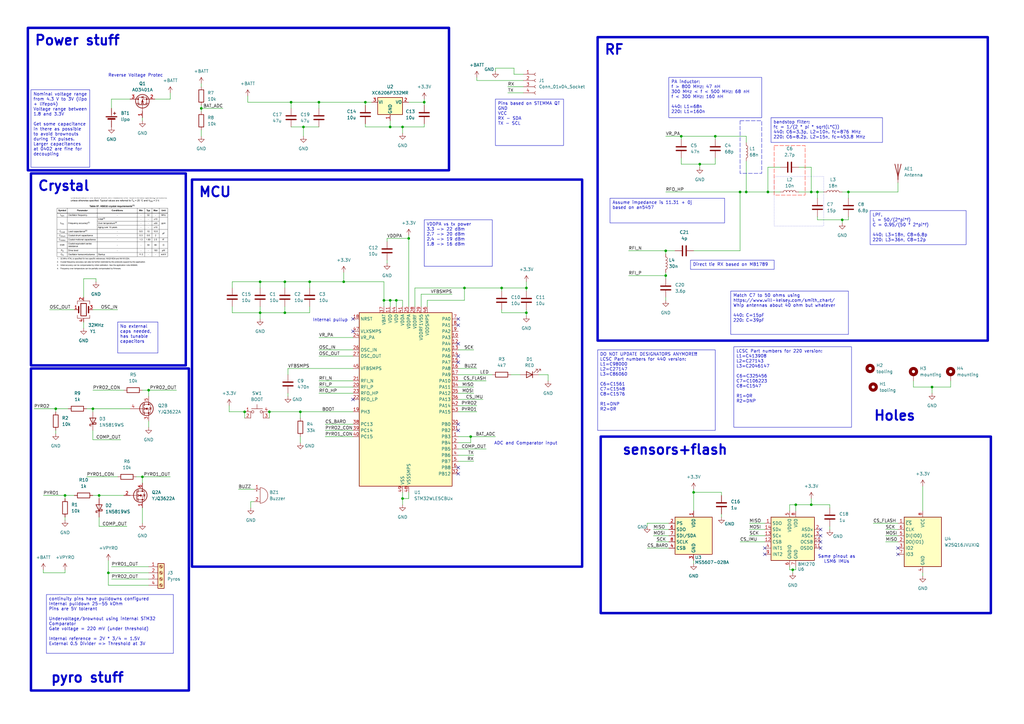
<source format=kicad_sch>
(kicad_sch (version 20231120) (generator "eeschema") (generator_version "8.0")
  (paper "A3")
  (title_block (title "Apus Flight Computer") (rev "1.0"))
  (junction (at 273.05 102.87))
  (junction (at 332.74 78.74))
  (junction (at 332.74 207.01))
  (junction (at 215.9 128.27))
  (junction (at 38.1 167.64))
  (junction (at 82.55 44.45))
  (junction (at 26.67 203.2))
  (junction (at 165.1 204.47))
  (junction (at 140.97 115.57))
  (junction (at 335.28 78.74))
  (junction (at 22.86 167.64))
  (junction (at 160.02 52.07))
  (junction (at 293.37 55.88))
  (junction (at 273.05 113.03))
  (junction (at 287.02 67.31))
  (junction (at 119.38 41.91))
  (junction (at 116.84 115.57))
  (junction (at 284.48 201.93))
  (junction (at 205.74 118.11))
  (junction (at 326.39 207.01))
  (junction (at 127 115.57))
  (junction (at 173.99 41.91))
  (junction (at 162.56 123.19))
  (junction (at 110.49 168.91))
  (junction (at 279.4 55.88))
  (junction (at 123.19 168.91))
  (junction (at 345.44 90.17))
  (junction (at 382.27 158.75))
  (junction (at 215.9 118.11))
  (junction (at 303.53 78.74))
  (junction (at 44.45 234.95))
  (junction (at 124.46 52.07))
  (junction (at 325.12 233.68))
  (junction (at 130.81 41.91))
  (junction (at 157.48 123.19))
  (junction (at 106.68 128.27))
  (junction (at 167.64 97.79))
  (junction (at 60.96 160.02))
  (junction (at 149.86 41.91))
  (junction (at 165.1 52.07))
  (junction (at 160.02 123.19))
  (junction (at 190.5 118.11))
  (junction (at 314.96 78.74))
  (junction (at 58.42 195.58))
  (junction (at 106.68 115.57))
  (junction (at 193.04 179.07))
  (junction (at 306.07 78.74))
  (junction (at 347.98 78.74))
  (junction (at 116.84 128.27))
  (junction (at 100.33 168.91))
  (junction (at 40.64 203.2))
  (no_connect (at 313.69 224.79))
  (no_connect (at 187.96 130.81))
  (no_connect (at 368.3 224.79))
  (no_connect (at 336.55 217.17))
  (no_connect (at 187.96 148.59))
  (no_connect (at 144.78 163.83))
  (no_connect (at 187.96 191.77))
  (no_connect (at 336.55 219.71))
  (no_connect (at 144.78 135.89))
  (no_connect (at 187.96 133.35))
  (no_connect (at 368.3 227.33))
  (no_connect (at 313.69 227.33))
  (no_connect (at 187.96 194.31))
  (no_connect (at 187.96 176.53))
  (no_connect (at 336.55 224.79))
  (no_connect (at 144.78 130.81))
  (no_connect (at 187.96 173.99))
  (no_connect (at 187.96 146.05))
  (no_connect (at 187.96 140.97))
  (no_connect (at 336.55 222.25))
  (wire (pts (xy 323.85 232.41) (xy 323.85 233.68)))
  (wire (pts (xy 165.1 52.07) (xy 173.99 52.07)))
  (wire (pts (xy 149.86 41.91) (xy 149.86 43.18)))
  (wire (pts (xy 40.64 203.2) (xy 40.64 204.47)))
  (wire (pts (xy 38.1 203.2) (xy 40.64 203.2)))
  (wire (pts (xy 378.46 234.95) (xy 378.46 236.22)))
  (wire (pts (xy 38.1 176.53) (xy 38.1 180.34)))
  (wire (pts (xy 167.64 41.91) (xy 173.99 41.91)))
  (wire (pts (xy 267.97 217.17) (xy 274.32 217.17)))
  (wire (pts (xy 284.48 200.66) (xy 284.48 201.93)))
  (wire (pts (xy 210.82 30.48) (xy 210.82 27.94)))
  (wire (pts (xy 95.25 125.73) (xy 95.25 128.27)))
  (wire (pts (xy 303.53 222.25) (xy 313.69 222.25)))
  (wire (pts (xy 307.34 214.63) (xy 313.69 214.63)))
  (wire (pts (xy 187.96 143.51) (xy 194.31 143.51)))
  (wire (pts (xy 306.07 66.04) (xy 306.07 78.74)))
  (wire (pts (xy 175.26 123.19) (xy 175.26 125.73)))
  (wire (pts (xy 326.39 232.41) (xy 326.39 233.68)))
  (wire (pts (xy 44.45 229.87) (xy 44.45 234.95)))
  (wire (pts (xy 323.85 207.01) (xy 326.39 207.01)))
  (wire (pts (xy 293.37 55.88) (xy 279.4 55.88)))
  (wire (pts (xy 323.85 207.01) (xy 323.85 209.55)))
  (wire (pts (xy 389.89 158.75) (xy 389.89 156.21)))
  (wire (pts (xy 172.72 125.73) (xy 172.72 120.65)))
  (wire (pts (xy 307.34 217.17) (xy 313.69 217.17)))
  (wire (pts (xy 35.56 167.64) (xy 38.1 167.64)))
  (wire (pts (xy 195.58 31.75) (xy 195.58 33.02)))
  (wire (pts (xy 82.55 34.29) (xy 82.55 35.56)))
  (wire (pts (xy 257.81 102.87) (xy 273.05 102.87)))
  (wire (pts (xy 332.74 204.47) (xy 332.74 207.01)))
  (wire (pts (xy 165.1 52.07) (xy 165.1 54.61)))
  (wire (pts (xy 44.45 240.03) (xy 60.96 240.03)))
  (wire (pts (xy 162.56 123.19) (xy 165.1 123.19)))
  (wire (pts (xy 187.96 189.23) (xy 194.31 189.23)))
  (wire (pts (xy 303.53 102.87) (xy 303.53 78.74)))
  (wire (pts (xy 347.98 88.9) (xy 347.98 90.17)))
  (wire (pts (xy 208.28 35.56) (xy 214.63 35.56)))
  (wire (pts (xy 314.96 68.58) (xy 314.96 78.74)))
  (wire (pts (xy 175.26 123.19) (xy 190.5 123.19)))
  (wire (pts (xy 173.99 52.07) (xy 173.99 50.8)))
  (wire (pts (xy 149.86 52.07) (xy 160.02 52.07)))
  (wire (pts (xy 130.81 41.91) (xy 149.86 41.91)))
  (wire (pts (xy 205.74 118.11) (xy 205.74 119.38)))
  (wire (pts (xy 187.96 163.83) (xy 198.12 163.83)))
  (wire (pts (xy 335.28 90.17) (xy 345.44 90.17)))
  (wire (pts (xy 22.86 167.64) (xy 27.94 167.64)))
  (wire (pts (xy 220.98 153.67) (xy 224.79 153.67)))
  (wire (pts (xy 284.48 201.93) (xy 295.91 201.93)))
  (wire (pts (xy 60.96 175.26) (xy 60.96 172.72)))
  (wire (pts (xy 17.78 234.95) (xy 26.67 234.95)))
  (wire (pts (xy 157.48 123.19) (xy 157.48 125.73)))
  (wire (pts (xy 17.78 233.68) (xy 17.78 234.95)))
  (wire (pts (xy 273.05 102.87) (xy 276.86 102.87)))
  (wire (pts (xy 284.48 229.87) (xy 284.48 231.14)))
  (wire (pts (xy 26.67 213.36) (xy 26.67 212.09)))
  (wire (pts (xy 127 125.73) (xy 127 128.27)))
  (wire (pts (xy 124.46 52.07) (xy 119.38 52.07)))
  (wire (pts (xy 130.81 138.43) (xy 144.78 138.43)))
  (wire (pts (xy 345.44 78.74) (xy 347.98 78.74)))
  (wire (pts (xy 215.9 118.11) (xy 205.74 118.11)))
  (wire (pts (xy 124.46 52.07) (xy 130.81 52.07)))
  (wire (pts (xy 187.96 151.13) (xy 195.58 151.13)))
  (wire (pts (xy 160.02 52.07) (xy 165.1 52.07)))
  (wire (pts (xy 358.14 214.63) (xy 368.3 214.63)))
  (wire (pts (xy 306.07 78.74) (xy 314.96 78.74)))
  (wire (pts (xy 284.48 102.87) (xy 303.53 102.87)))
  (wire (pts (xy 104.14 205.74) (xy 102.87 205.74)))
  (wire (pts (xy 22.86 176.53) (xy 22.86 177.8)))
  (wire (pts (xy 205.74 128.27) (xy 215.9 128.27)))
  (wire (pts (xy 127 115.57) (xy 127 118.11)))
  (wire (pts (xy 325.12 233.68) (xy 326.39 233.68)))
  (wire (pts (xy 93.98 166.37) (xy 93.98 168.91)))
  (wire (pts (xy 187.96 168.91) (xy 195.58 168.91)))
  (wire (pts (xy 269.24 222.25) (xy 274.32 222.25)))
  (wire (pts (xy 205.74 118.11) (xy 190.5 118.11)))
  (wire (pts (xy 124.46 52.07) (xy 124.46 55.88)))
  (wire (pts (xy 133.35 173.99) (xy 144.78 173.99)))
  (wire (pts (xy 378.46 199.39) (xy 378.46 209.55)))
  (wire (pts (xy 167.64 97.79) (xy 167.64 125.73)))
  (wire (pts (xy 363.22 219.71) (xy 368.3 219.71)))
  (wire (pts (xy 187.96 179.07) (xy 193.04 179.07)))
  (wire (pts (xy 95.25 118.11) (xy 95.25 115.57)))
  (wire (pts (xy 335.28 78.74) (xy 337.82 78.74)))
  (wire (pts (xy 187.96 153.67) (xy 201.93 153.67)))
  (wire (pts (xy 293.37 55.88) (xy 306.07 55.88)))
  (wire (pts (xy 34.29 114.3) (xy 39.37 114.3)))
  (wire (pts (xy 323.85 233.68) (xy 325.12 233.68)))
  (wire (pts (xy 95.25 128.27) (xy 106.68 128.27)))
  (wire (pts (xy 165.1 204.47) (xy 167.64 204.47)))
  (wire (pts (xy 123.19 168.91) (xy 144.78 168.91)))
  (wire (pts (xy 58.42 208.28) (xy 58.42 214.63)))
  (wire (pts (xy 38.1 180.34) (xy 49.53 180.34)))
  (wire (pts (xy 265.43 224.79) (xy 274.32 224.79)))
  (wire (pts (xy 110.49 168.91) (xy 110.49 171.45)))
  (wire (pts (xy 13.97 167.64) (xy 22.86 167.64)))
  (wire (pts (xy 326.39 209.55) (xy 326.39 207.01)))
  (wire (pts (xy 119.38 44.45) (xy 119.38 41.91)))
  (wire (pts (xy 293.37 67.31) (xy 287.02 67.31)))
  (wire (pts (xy 257.81 113.03) (xy 273.05 113.03)))
  (wire (pts (xy 116.84 128.27) (xy 116.84 125.73)))
  (wire (pts (xy 332.74 207.01) (xy 340.36 207.01)))
  (wire (pts (xy 101.6 41.91) (xy 101.6 39.37)))
  (wire (pts (xy 82.55 44.45) (xy 91.44 44.45)))
  (wire (pts (xy 119.38 41.91) (xy 130.81 41.91)))
  (wire (pts (xy 332.74 78.74) (xy 335.28 78.74)))
  (wire (pts (xy 149.86 50.8) (xy 149.86 52.07)))
  (wire (pts (xy 368.3 78.74) (xy 368.3 74.93)))
  (wire (pts (xy 340.36 215.9) (xy 340.36 217.17)))
  (wire (pts (xy 187.96 158.75) (xy 194.31 158.75)))
  (wire (pts (xy 173.99 41.91) (xy 173.99 43.18)))
  (wire (pts (xy 293.37 64.77) (xy 293.37 67.31)))
  (wire (pts (xy 279.4 55.88) (xy 279.4 57.15)))
  (wire (pts (xy 382.27 158.75) (xy 382.27 161.29)))
  (wire (pts (xy 39.37 114.3) (xy 39.37 115.57)))
  (wire (pts (xy 295.91 210.82) (xy 295.91 212.09)))
  (wire (pts (xy 55.88 195.58) (xy 58.42 195.58)))
  (wire (pts (xy 130.81 161.29) (xy 144.78 161.29)))
  (wire (pts (xy 190.5 118.11) (xy 190.5 123.19)))
  (wire (pts (xy 374.65 156.21) (xy 374.65 158.75)))
  (wire (pts (xy 314.96 78.74) (xy 320.04 78.74)))
  (wire (pts (xy 224.79 153.67) (xy 224.79 156.21)))
  (wire (pts (xy 40.64 203.2) (xy 50.8 203.2)))
  (wire (pts (xy 162.56 123.19) (xy 162.56 125.73)))
  (wire (pts (xy 58.42 48.26) (xy 58.42 49.53)))
  (wire (pts (xy 127 115.57) (xy 140.97 115.57)))
  (wire (pts (xy 144.78 151.13) (xy 118.11 151.13)))
  (wire (pts (xy 93.98 168.91) (xy 100.33 168.91)))
  (wire (pts (xy 157.48 123.19) (xy 160.02 123.19)))
  (wire (pts (xy 273.05 111.76) (xy 273.05 113.03)))
  (wire (pts (xy 45.72 237.49) (xy 60.96 237.49)))
  (wire (pts (xy 106.68 115.57) (xy 106.68 118.11)))
  (wire (pts (xy 158.75 107.95) (xy 158.75 106.68)))
  (wire (pts (xy 306.07 55.88) (xy 306.07 58.42)))
  (wire (pts (xy 209.55 153.67) (xy 213.36 153.67)))
  (wire (pts (xy 165.1 204.47) (xy 165.1 207.01)))
  (wire (pts (xy 284.48 201.93) (xy 284.48 209.55)))
  (wire (pts (xy 149.86 41.91) (xy 152.4 41.91)))
  (wire (pts (xy 140.97 111.76) (xy 140.97 115.57)))
  (wire (pts (xy 60.96 160.02) (xy 60.96 162.56)))
  (wire (pts (xy 187.96 161.29) (xy 194.31 161.29)))
  (wire (pts (xy 116.84 115.57) (xy 127 115.57)))
  (wire (pts (xy 165.1 201.93) (xy 165.1 204.47)))
  (wire (pts (xy 130.81 143.51) (xy 144.78 143.51)))
  (wire (pts (xy 38.1 167.64) (xy 53.34 167.64)))
  (wire (pts (xy 187.96 166.37) (xy 195.58 166.37)))
  (wire (pts (xy 130.81 156.21) (xy 144.78 156.21)))
  (wire (pts (xy 123.19 168.91) (xy 123.19 171.45)))
  (wire (pts (xy 106.68 115.57) (xy 116.84 115.57)))
  (wire (pts (xy 327.66 78.74) (xy 332.74 78.74)))
  (wire (pts (xy 58.42 195.58) (xy 69.85 195.58)))
  (wire (pts (xy 374.65 158.75) (xy 382.27 158.75)))
  (wire (pts (xy 34.29 132.08) (xy 34.29 134.62)))
  (wire (pts (xy 340.36 207.01) (xy 340.36 208.28)))
  (wire (pts (xy 363.22 222.25) (xy 368.3 222.25)))
  (wire (pts (xy 26.67 203.2) (xy 30.48 203.2)))
  (wire (pts (xy 26.67 233.68) (xy 26.67 234.95)))
  (wire (pts (xy 303.53 78.74) (xy 306.07 78.74)))
  (wire (pts (xy 187.96 184.15) (xy 199.39 184.15)))
  (wire (pts (xy 160.02 49.53) (xy 160.02 52.07)))
  (wire (pts (xy 170.18 118.11) (xy 190.5 118.11)))
  (wire (pts (xy 273.05 78.74) (xy 303.53 78.74)))
  (wire (pts (xy 69.85 40.64) (xy 69.85 38.1)))
  (wire (pts (xy 265.43 214.63) (xy 265.43 215.9)))
  (wire (pts (xy 26.67 203.2) (xy 26.67 204.47)))
  (wire (pts (xy 130.81 146.05) (xy 144.78 146.05)))
  (wire (pts (xy 293.37 55.88) (xy 293.37 57.15)))
  (wire (pts (xy 347.98 78.74) (xy 368.3 78.74)))
  (wire (pts (xy 215.9 127) (xy 215.9 128.27)))
  (wire (pts (xy 100.33 168.91) (xy 100.33 171.45)))
  (wire (pts (xy 274.32 214.63) (xy 265.43 214.63)))
  (wire (pts (xy 40.64 215.9) (xy 52.07 215.9)))
  (wire (pts (xy 58.42 195.58) (xy 58.42 198.12)))
  (wire (pts (xy 45.72 232.41) (xy 60.96 232.41)))
  (wire (pts (xy 110.49 168.91) (xy 123.19 168.91)))
  (wire (pts (xy 214.63 30.48) (xy 210.82 30.48)))
  (wire (pts (xy 158.75 97.79) (xy 167.64 97.79)))
  (wire (pts (xy 44.45 234.95) (xy 60.96 234.95)))
  (wire (pts (xy 215.9 119.38) (xy 215.9 118.11)))
  (wire (pts (xy 215.9 128.27) (xy 215.9 129.54)))
  (wire (pts (xy 273.05 102.87) (xy 273.05 104.14)))
  (wire (pts (xy 195.58 33.02) (xy 214.63 33.02)))
  (wire (pts (xy 287.02 67.31) (xy 279.4 67.31)))
  (wire (pts (xy 170.18 125.73) (xy 170.18 118.11)))
  (wire (pts (xy 63.5 40.64) (xy 69.85 40.64)))
  (wire (pts (xy 130.81 158.75) (xy 144.78 158.75)))
  (wire (pts (xy 38.1 167.64) (xy 38.1 168.91)))
  (wire (pts (xy 106.68 130.81) (xy 106.68 128.27)))
  (wire (pts (xy 382.27 158.75) (xy 389.89 158.75)))
  (wire (pts (xy 165.1 123.19) (xy 165.1 125.73)))
  (wire (pts (xy 208.28 38.1) (xy 214.63 38.1)))
  (wire (pts (xy 82.55 43.18) (xy 82.55 44.45)))
  (wire (pts (xy 295.91 203.2) (xy 295.91 201.93)))
  (wire (pts (xy 102.87 205.74) (xy 102.87 208.28)))
  (wire (pts (xy 160.02 123.19) (xy 160.02 125.73)))
  (wire (pts (xy 172.72 120.65) (xy 185.42 120.65)))
  (wire (pts (xy 158.75 97.79) (xy 158.75 99.06)))
  (wire (pts (xy 363.22 217.17) (xy 368.3 217.17)))
  (wire (pts (xy 34.29 121.92) (xy 34.29 114.3)))
  (wire (pts (xy 130.81 41.91) (xy 130.81 44.45)))
  (wire (pts (xy 106.68 128.27) (xy 116.84 128.27)))
  (wire (pts (xy 203.2 27.94) (xy 210.82 27.94)))
  (wire (pts (xy 335.28 81.28) (xy 335.28 78.74)))
  (wire (pts (xy 335.28 90.17) (xy 335.28 88.9)))
  (wire (pts (xy 118.11 161.29) (xy 118.11 162.56)))
  (wire (pts (xy 106.68 128.27) (xy 106.68 125.73)))
  (wire (pts (xy 22.86 167.64) (xy 22.86 168.91)))
  (wire (pts (xy 325.12 233.68) (xy 325.12 234.95)))
  (wire (pts (xy 332.74 78.74) (xy 332.74 68.58)))
  (wire (pts (xy 20.32 127) (xy 30.48 127)))
  (wire (pts (xy 157.48 115.57) (xy 157.48 123.19)))
  (wire (pts (xy 187.96 186.69) (xy 194.31 186.69)))
  (wire (pts (xy 193.04 179.07) (xy 193.04 181.61)))
  (wire (pts (xy 193.04 179.07) (xy 203.2 179.07)))
  (wire (pts (xy 58.42 160.02) (xy 60.96 160.02)))
  (wire (pts (xy 144.78 176.53) (xy 133.35 176.53)))
  (wire (pts (xy 72.39 160.02) (xy 60.96 160.02)))
  (wire (pts (xy 345.44 91.44) (xy 345.44 90.17)))
  (wire (pts (xy 17.78 203.2) (xy 26.67 203.2)))
  (wire (pts (xy 119.38 41.91) (xy 101.6 41.91)))
  (wire (pts (xy 287.02 67.31) (xy 287.02 68.58)))
  (wire (pts (xy 140.97 115.57) (xy 157.48 115.57)))
  (wire (pts (xy 273.05 113.03) (xy 273.05 114.3)))
  (wire (pts (xy 144.78 179.07) (xy 133.35 179.07)))
  (wire (pts (xy 118.11 151.13) (xy 118.11 153.67)))
  (wire (pts (xy 307.34 219.71) (xy 313.69 219.71)))
  (wire (pts (xy 327.66 68.58) (xy 332.74 68.58)))
  (wire (pts (xy 82.55 44.45) (xy 82.55 45.72)))
  (wire (pts (xy 167.64 96.52) (xy 167.64 97.79)))
  (wire (pts (xy 279.4 64.77) (xy 279.4 67.31)))
  (wire (pts (xy 160.02 123.19) (xy 162.56 123.19)))
  (wire (pts (xy 320.04 68.58) (xy 314.96 68.58)))
  (wire (pts (xy 44.45 234.95) (xy 44.45 240.03)))
  (wire (pts (xy 193.04 181.61) (xy 187.96 181.61)))
  (wire (pts (xy 347.98 78.74) (xy 347.98 81.28)))
  (wire (pts (xy 116.84 128.27) (xy 127 128.27)))
  (wire (pts (xy 173.99 40.64) (xy 173.99 41.91)))
  (wire (pts (xy 187.96 156.21) (xy 199.39 156.21)))
  (wire (pts (xy 267.97 219.71) (xy 274.32 219.71)))
  (wire (pts (xy 40.64 212.09) (xy 40.64 215.9)))
  (wire (pts (xy 345.44 90.17) (xy 347.98 90.17)))
  (wire (pts (xy 38.1 127) (xy 48.26 127)))
  (wire (pts (xy 38.1 160.02) (xy 50.8 160.02)))
  (wire (pts (xy 203.2 29.21) (xy 203.2 27.94)))
  (wire (pts (xy 215.9 115.57) (xy 215.9 118.11)))
  (wire (pts (xy 205.74 127) (xy 205.74 128.27)))
  (wire (pts (xy 97.79 200.66) (xy 104.14 200.66)))
  (wire (pts (xy 82.55 53.34) (xy 82.55 55.88)))
  (wire (pts (xy 95.25 115.57) (xy 106.68 115.57)))
  (wire (pts (xy 326.39 207.01) (xy 332.74 207.01)))
  (wire (pts (xy 273.05 55.88) (xy 279.4 55.88)))
  (wire (pts (xy 273.05 121.92) (xy 273.05 123.19)))
  (wire (pts (xy 35.56 195.58) (xy 48.26 195.58)))
  (wire (pts (xy 123.19 179.07) (xy 123.19 181.61)))
  (wire (pts (xy 116.84 115.57) (xy 116.84 118.11)))
  (wire (pts (xy 167.64 204.47) (xy 167.64 201.93)))
  (wire (pts (xy 45.72 40.64) (xy 45.72 44.45)))
  (wire (pts (xy 45.72 40.64) (xy 53.34 40.64)))
  (rectangle (start 303.53 49.53) (end 312.42 71.12) (stroke (width 0) (type dash)))
  (rectangle (start 317.5 59.69) (end 330.2 80.01) (stroke (width 0) (type dash) (color 255 28 11 1)))
  (rectangle (start 245.11 15.24) (end 405.13 139.7) (stroke (width 1)))
  (rectangle (start 317.5 72.39) (end 337.82 92.71) (stroke (width 0) (type dot)))
  (rectangle (start 12.7 151.13) (end 77.47 283.21) (stroke (width 1)))
  (rectangle (start 246.38 179.07) (end 406.4 251.46) (stroke (width 1)))
  (rectangle (start 12.7 71.12) (end 76.2 149.86) (stroke (width 1)))
  (rectangle (start 78.74 73.66) (end 238.76 232.41) (stroke (width 1)))
  (rectangle (start 11.43 11.43) (end 184.15 69.85) (stroke (width 1)))
  (image (at 45.72 96.52) (scale 0.189172))
  (text_box "No external caps needed, has tunable capacitors\n" (at 48.26 132.08 0) (size 16.51 12.7) (effects (font (size 1.27 1.27)) (justify left top)))
  (text_box "Match C7 to 50 ohms using https://www.will-kelsey.com/smith_chart/\nWhip antennas about 40 ohm but whatever\n\n440: C=15pF\n220: C=39pF" (at 299.72 119.38 0) (size 48.26 17.78) (effects (font (size 1.27 1.27)) (justify left top)))
  (text_box "continuity pins have pulldowns configured\nInternal pulldown 25-55 kOhm\nPins are 5V tolerant\n\nUndervoltage/brownout using internal STM32 Comparator\nGate voltage = 220 mV (under threshold)\n\nInternal reference = 2V * 3/4 = 1.5V\nExternal 0.5 Divider => Threshold at 3V" (at 19.05 243.84 0) (size 52.07 24.13) (effects (font (size 1.27 1.27)) (justify left top)))
  (text_box "PA inductor:\nf > 800 MHz: 47 nH\n300 MHz < f < 500 MHz: 68 nH\nf < 300 MHz: 160 nH \n\n440: L1=68n\n220: L1=160n" (at 274.32 31.75 0) (size 38.1 16.51) (effects (font (size 1.27 1.27)) (justify left top)))
  (text_box "bandstop filter:\nfc = 1/(2 * pi * sqrt(L*C))\n440: C6=3.3p, L2=10n. fc=876 MHz\n220: C6=8.2p, L2=15n, fc=453.8 MHz" (at 316.23 48.26 0) (size 45.72 10.16) (effects (font (size 1.27 1.27)) (justify left top)))
  (text_box "VDDPA vs tx power\n3.3 -> 22 dBm\n2.7 -> 20 dBm\n2.4 -> 19 dBm\n1.8 -> 16 dBm\n" (at 173.99 90.17 0) (size 27.94 19.05) (effects (font (size 1.27 1.27)) (justify left top)))
  (text_box "LCSC Part numbers for 220 version:\nL1=C413908\nL2=C27143\nL3=C2046147\n\nC6=C325456\nC7=C106223\nC8=C1547\n\nR1=0R\nR2=DNP" (at 300.99 142.24 0) (size 48.26 33.02) (effects (font (size 1.27 1.27)) (justify left top)))
  (text_box "Nominal voltage range from 4.3 V to 3V (lipo + lifepo4)\nVoltage range between 1.8 and 3.3V\n\nGet some capacitance in there as possible to avoid brownouts during TX pulses.\nLarger capacitances at 0402 are fine for decoupling" (at 12.7 36.83 0) (size 24.13 31.75) (effects (font (size 1.27 1.27)) (justify left top)))
  (text_box "Direct tie RX based on MB1789" (at 283.21 106.68 0) (size 34.29 3.81) (effects (font (size 1.27 1.27)) (justify left top)))
  (text_box "Assume impedance is 11.31 + 0j\nbased on an5457" (at 250.19 81.28 0) (size 46.99 10.16) (effects (font (size 1.27 1.27)) (justify left top)))
  (text_box "LPF.\nL = 50/(2*pi*f)\nC = 0.95/(50 * 2*pi*f)\n\n440: L3=18n, C8=6.8p\n220: L3=36n, C8=12p" (at 356.87 86.36 0) (size 39.37 13.97) (effects (font (size 1.27 1.27)) (justify left top)))
  (text_box "Pins based on STEMMA QT\nGND\nVCC\nRX - SDA\nTX - SCL" (at 203.2 40.64 0) (size 27.94 19.05) (effects (font (size 1.27 1.27)) (justify left top)))
  (text_box "DO NOT UPDATE DESIGNATORS ANYMORE!!\nLCSC Part numbers for 440 version:\nL1=C98000\nL2=C27147\nL3=C86060\n\nC6=C1561\nC7=C1548\nC8=C1576\n\nR1=DNP\nR2=0R" (at 245.11 143.51 0) (size 48.26 33.02) (effects (font (size 1.27 1.27)) (justify left top)))
  (text "Holes" (at 358.14 172.974 0) (effects (font (size 4 4) (thickness 0.8) (bold yes)) (justify left bottom)))
  (text "Power stuff" (at 13.97 19.05 0) (effects (font (size 4 4) (thickness 0.8) (bold yes)) (justify left bottom)))
  (text "MCU" (at 81.28 81.28 0) (effects (font (size 4 4) (thickness 0.8) (bold yes)) (justify left bottom)))
  (text "Crystal" (at 15.24 78.74 0) (effects (font (size 4 4) (thickness 0.8) (bold yes)) (justify left bottom)))
  (text "RF" (at 247.65 22.86 0) (effects (font (size 4 4) (thickness 0.8) (bold yes)) (justify left bottom)))
  (text "sensors+flash" (at 255.016 186.944 0) (effects (font (size 4 4) (thickness 0.8) (bold yes)) (justify left bottom)))
  (text "Internal pullup" (at 128.27 132.08 0) (effects (font (size 1.27 1.27)) (justify left bottom)))
  (text "pyro stuff" (at 20.574 280.416 0) (effects (font (size 4 4) (thickness 0.8) (bold yes)) (justify left bottom)))
  (text "Same pinout as\nLSM6 IMUs" (at 343.154 229.362 0) (effects (font (size 1.27 1.27))))
  (text "ADC and Comparator input" (at 215.646 181.864 0) (effects (font (size 1.27 1.27))))
  (text "Reverse Voltage Protec" (at 55.626 30.988 0) (effects (font (size 1.27 1.27))))
  (label "BUZZ" (at 97.79 200.66 0))
  (label "OSC_IN" (at 130.81 143.51 0))
  (label "VDDPA" (at 158.75 97.79 0))
  (label "PYRO1_OUT" (at 69.85 195.58 180))
  (label "LED" (at 196.85 153.67 0))
  (label "CS_IMU" (at 198.12 163.83 180))
  (label "PYRO2_CON" (at 38.1 160.02 0))
  (label "OSC_IN" (at 48.26 127 180))
  (label "PYRO1_CON" (at 35.56 195.58 0))
  (label "OSC_OUT" (at 130.81 146.05 0))
  (label "PYRO2" (at 195.58 166.37 180))
  (label "RX" (at 194.31 189.23 180))
  (label "BOOT" (at 132.08 168.91 0))
  (label "PYRO2_OUT" (at 72.39 160.02 180))
  (label "BAT_ADC" (at 203.2 179.07 180))
  (label "OSC_OUT" (at 20.32 127 0))
  (label "SCK" (at 194.31 143.51 180))
  (label "SCK" (at 363.22 217.17 0))
  (label "RX" (at 208.28 35.56 0))
  (label "CS_FLASH" (at 199.39 156.21 180))
  (label "CS_BARO" (at 133.35 173.99 0))
  (label "MOSI" (at 194.31 161.29 180))
  (label "RFI_P" (at 130.81 158.75 0))
  (label "PYRO1" (at 195.58 168.91 180))
  (label "VR_PA" (at 130.81 138.43 0))
  (label "CS_BARO" (at 265.43 224.79 0))
  (label "RFO_HP" (at 130.81 161.29 0))
  (label "COMP_OUT" (at 52.07 215.9 180))
  (label "PYRO2_OUT" (at 45.72 237.49 0))
  (label "MISO" (at 267.97 217.17 0))
  (label "PYRO2_CON" (at 133.35 176.53 0))
  (label "VFBSMPS" (at 185.42 120.65 180))
  (label "RFI_P" (at 257.81 113.03 0))
  (label "COMP_OUT" (at 199.39 184.15 180))
  (label "MOSI" (at 267.97 219.71 0))
  (label "RFO_HP" (at 273.05 78.74 0))
  (label "PYRO1_CON" (at 133.35 179.07 0))
  (label "PYRO1_OUT" (at 45.72 232.41 0))
  (label "MOSI" (at 363.22 219.71 0))
  (label "BAT_ADC" (at 91.44 44.45 180))
  (label "PYRO1" (at 17.78 203.2 0))
  (label "TX" (at 194.31 186.69 180))
  (label "MOSI" (at 307.34 217.17 0))
  (label "CS_FLASH" (at 358.14 214.63 0))
  (label "RFI_N" (at 257.81 102.87 0))
  (label "CS_IMU" (at 303.53 222.25 0))
  (label "SCK" (at 269.24 222.25 0))
  (label "VFBSMPS" (at 118.11 151.13 0))
  (label "TX" (at 208.28 38.1 0))
  (label "PYRO2" (at 13.97 167.64 0))
  (label "RFI_N" (at 130.81 156.21 0))
  (label "MISO" (at 363.22 222.25 0))
  (label "COMP_OUT" (at 49.53 180.34 180))
  (label "VR_PA" (at 273.05 55.88 0))
  (label "SCK" (at 307.34 219.71 0))
  (label "MISO" (at 307.34 214.63 0))
  (label "BUZZ" (at 195.58 151.13 180))
  (label "MISO" (at 194.31 158.75 180))
  (symbol (lib_id "power:+3.3V") (at 173.99 40.64 0) (unit 1)
    (property "Reference" "#PWR010" (effects (hide yes)))
    (property "Value" "+3.3V" (at 173.99 35.56 0))
  )
  (symbol (lib_id "Device:Battery_Cell") (at 45.72 49.53 0) (unit 1)
    (property "Reference" "BT1" (at 49.53 46.4184 0) (effects (justify left)))
    (property "Value" "lipo" (at 49.53 48.9584 0) (effects (justify left)))
    (property "Footprint" "TerminalBlock_TE-Connectivity:TerminalBlock_TE_282834-2_1x02_P2.54mm_Horizontal" (effects (hide yes)))
  )
  (symbol (lib_id "Device:C") (at 347.98 85.09 0) (unit 1)
    (property "Reference" "C8" (at 351.79 83.82 0) (effects (justify left)))
    (property "Value" "6.8p" (at 351.79 86.36 0) (effects (justify left)))
    (property "Footprint" "Capacitor_SMD:C_0402_1005Metric" (effects (hide yes)))
  )
  (symbol (lib_id "Device:R") (at 26.67 208.28 0) (unit 1)
    (property "Reference" "R1" (at 29.21 207.0099 0) (effects (justify left)))
    (property "Value" "10k" (at 29.21 209.5499 0) (effects (justify left)))
    (property "Footprint" "Resistor_SMD:R_0402_1005Metric" (effects (hide yes)))
    (property "Description" "Resistor" (effects (hide yes)))
  )
  (symbol (lib_id "Device:L") (at 341.63 78.74 90) (unit 1)
    (property "Reference" "L3" (at 341.63 73.66 90))
    (property "Value" "18n" (at 341.63 76.2 90))
    (property "Footprint" "Inductor_SMD:L_0402_1005Metric" (effects (hide yes)))
  )
  (symbol (lib_id "Device:C") (at 340.36 212.09 0) (unit 1)
    (property "Reference" "C18" (at 344.17 210.82 0) (effects (justify left)))
    (property "Value" "1u" (at 344.17 213.36 0) (effects (justify left)))
    (property "Footprint" "Capacitor_SMD:C_0402_1005Metric" (effects (hide yes)))
  )
  (symbol (lib_id "power:GND") (at 34.29 134.62 0) (unit 1)
    (property "Reference" "#PWR03" (effects (hide yes)))
    (property "Value" "GND" (at 34.29 139.7 0))
  )
  (symbol (lib_id "Device:L") (at 306.07 62.23 0) (unit 1)
    (property "Reference" "L1" (at 307.34 60.96 0) (effects (justify left)))
    (property "Value" "68n" (at 307.34 63.5 0) (effects (justify left)))
    (property "Footprint" "Inductor_SMD:L_0402_1005Metric" (effects (hide yes)))
  )
  (symbol (lib_id "Mechanical:MountingHole") (at 356.87 151.13 0) (unit 1) (exclude_from_sim yes) (in_bom no)
    (property "Reference" "H2" (at 359.41 149.86 0) (effects (justify left)))
    (property "Value" "tooling" (at 359.41 152.4 0) (effects (justify left)))
    (property "Footprint" "beacon_lib:toolinghole" (effects (hide yes)))
  )
  (symbol (lib_id "Device:R") (at 22.86 172.72 0) (unit 1)
    (property "Reference" "R2" (at 25.4 171.4499 0) (effects (justify left)))
    (property "Value" "10k" (at 25.4 173.9899 0) (effects (justify left)))
    (property "Footprint" "Resistor_SMD:R_0402_1005Metric" (effects (hide yes)))
    (property "Description" "Resistor" (effects (hide yes)))
  )
  (symbol (lib_id "power:GND") (at 265.43 215.9 0) (unit 1)
    (property "Reference" "#PWR09" (effects (hide yes)))
    (property "Value" "GND" (at 263.398 216.154 0))
  )
  (symbol (lib_id "power:GND") (at 158.75 107.95 0) (unit 1)
    (property "Reference" "#PWR018" (effects (hide yes)))
    (property "Value" "GND" (at 158.75 113.03 0))
  )
  (symbol (lib_id "power:GND") (at 295.91 212.09 0) (unit 1)
    (property "Reference" "#PWR034" (effects (hide yes)))
    (property "Value" "GND" (at 299.212 214.884 0))
  )
  (symbol (lib_id "power:GND") (at 58.42 49.53 0) (unit 1)
    (property "Reference" "#PWR040" (effects (hide yes)))
    (property "Value" "GND" (at 58.42 54.61 0))
  )
  (symbol (lib_id "power:GND") (at 26.67 213.36 0) (unit 1)
    (property "Reference" "#PWR029" (effects (hide yes)))
    (property "Value" "GND" (at 26.67 218.44 0))
  )
  (symbol (lib_id "power:+3.3V") (at 378.46 199.39 0) (unit 1)
    (property "Reference" "#PWR037" (effects (hide yes)))
    (property "Value" "+3.3V" (at 378.46 194.31 0))
  )
  (symbol (lib_id "Transistor_FET:AO3401A") (at 58.42 43.18 90) (unit 1)
    (property "Reference" "Q1" (at 58.42 34.29 90))
    (property "Value" "AO3401A" (at 58.42 36.83 90))
    (property "Footprint" "Package_TO_SOT_SMD:SOT-23" (effects (hide yes)))
    (property "Datasheet" "http://www.aosmd.com/pdfs/datasheet/AO3401A.pdf" (effects (hide yes)))
    (property "Description" "-4.0A Id, -30V Vds, P-Channel MOSFET, SOT-23" (effects (hide yes)))
  )
  (symbol (lib_id "Device:R") (at 82.55 39.37 0) (unit 1)
    (property "Reference" "R7" (at 85.09 38.0999 0) (effects (justify left)))
    (property "Value" "10k" (at 85.09 40.6399 0) (effects (justify left)))
    (property "Footprint" "Resistor_SMD:R_0402_1005Metric" (effects (hide yes)))
    (property "Description" "Resistor" (effects (hide yes)))
  )
  (symbol (lib_id "Sensor_Pressure:MS5607-02BA") (at 284.48 219.71 0) (unit 1)
    (property "Reference" "U3" (at 284.988 228.6 0) (effects (justify left)))
    (property "Value" "MS5607-02BA" (at 284.988 230.632 0) (effects (justify left)))
    (property "Footprint" "Package_LGA:LGA-8_3x5mm_P1.25mm" (effects (hide yes)))
    (property "Datasheet" "https://www.te.com/commerce/DocumentDelivery/DDEController?Action=showdoc&DocId=Data+Sheet%7FMS5607-02BA03%7FB2%7Fpdf%7FEnglish%7FENG_DS_MS5607-02BA03_B2.pdf%7FCAT-BLPS0035" (effects (hide yes)))
    (property "Description" "Barometric pressure sensor, 20cm resolution, 10 to 1200 mbar, I2C and SPI interface up to 20MHz, LGA-8" (effects (hide yes)))
    (property "LCSC" "C97627" (effects (hide yes)))
  )
  (symbol (lib_id "Device:C") (at 116.84 121.92 0) (unit 1)
    (property "Reference" "C2" (at 120.65 120.65 0) (effects (justify left)))
    (property "Value" "10u" (at 120.65 123.19 0) (effects (justify left)))
    (property "Footprint" "Capacitor_SMD:C_0402_1005Metric" (effects (hide yes)))
  )
  (symbol (lib_id "power:+BATT") (at 101.6 39.37 0) (unit 1)
    (property "Reference" "#PWR08" (effects (hide yes)))
    (property "Value" "+BATT" (at 101.6 34.29 0))
  )
  (symbol (lib_id "Device:Q_Dual_NMOS_S1G1S2G2D2D1") (at 58.42 167.64 0) (unit 2)
    (property "Reference" "Q2" (at 64.77 166.3699 0) (effects (justify left)))
    (property "Value" "YJQ3622A" (at 64.77 168.9099 0) (effects (justify left)))
    (property "Footprint" "Package_SO:Vishay_PowerPAK_1212-8_Dual" (effects (hide yes)))
    (property "Description" "Dual NMOS transistor, 6 pin package" (effects (hide yes)))
  )
  (symbol (lib_id "power:GND") (at 58.42 214.63 0) (unit 1)
    (property "Reference" "#PWR030" (effects (hide yes)))
    (property "Value" "GND" (at 58.42 219.71 0))
  )
  (symbol (lib_id "Diode:1N5819WS") (at 38.1 172.72 90) (unit 1)
    (property "Reference" "D3" (at 40.64 171.7674 90) (effects (justify right)))
    (property "Value" "1N5819WS" (at 40.64 174.3074 90) (effects (justify right)))
    (property "Footprint" "beacon_lib:D_SOD-323" (effects (hide yes)))
    (property "Datasheet" "https://datasheet.lcsc.com/lcsc/2204281430_Guangdong-Hottech-1N5819WS_C191023.pdf" (effects (hide yes)))
    (property "Description" "40V 600mV@1A 1A SOD-323 Schottky Barrier Diodes, SOD-323" (effects (hide yes)))
  )
  (symbol (lib_id "Device:Q_Dual_NMOS_S1G1S2G2D2D1") (at 55.88 203.2 0) (unit 1)
    (property "Reference" "Q2" (at 62.23 201.9299 0) (effects (justify left)))
    (property "Value" "YJQ3622A" (at 62.23 204.4699 0) (effects (justify left)))
    (property "Footprint" "Package_SO:Vishay_PowerPAK_1212-8_Dual" (effects (hide yes)))
    (property "Description" "Dual NMOS transistor, 6 pin package" (effects (hide yes)))
  )
  (symbol (lib_id "Device:R") (at 54.61 160.02 90) (unit 1)
    (property "Reference" "R5" (at 54.61 153.67 90))
    (property "Value" "10k" (at 54.61 156.21 90))
    (property "Footprint" "Resistor_SMD:R_0402_1005Metric" (effects (hide yes)))
    (property "Description" "Resistor" (effects (hide yes)))
  )
  (symbol (lib_id "power:GND") (at 325.12 234.95 0) (unit 1)
    (property "Reference" "#PWR043" (effects (hide yes)))
    (property "Value" "GND" (at 325.12 240.03 0))
  )
  (symbol (lib_id "power:+3.3V") (at 332.74 204.47 0) (unit 1)
    (property "Reference" "#PWR041" (effects (hide yes)))
    (property "Value" "+3.3V" (at 332.74 199.39 0))
  )
  (symbol (lib_id "Mechanical:MountingHole_Pad") (at 389.89 153.67 0) (unit 1) (exclude_from_sim yes) (in_bom no)
    (property "Reference" "H4" (at 392.43 151.1299 0) (effects (justify left)))
    (property "Value" "mounting" (at 392.43 153.6699 0) (effects (justify left)))
    (property "Footprint" "MountingHole:MountingHole_2.2mm_M2_DIN965_Pad" (effects (hide yes)))
    (property "Description" "Mounting Hole with connection" (effects (hide yes)))
  )
  (symbol (lib_id "Device:Crystal_GND24") (at 34.29 127 0) (unit 1)
    (property "Reference" "Y1" (at 38.1 135.89 0))
    (property "Value" "32MHz" (at 39.37 133.35 0))
    (property "Footprint" "Crystal:Crystal_SMD_2016-4Pin_2.0x1.6mm" (effects (hide yes)))
    (property "LCSC" "C383840" (effects (hide yes)))
  )
  (symbol (lib_id "Device:R") (at 34.29 203.2 90) (unit 1)
    (property "Reference" "R10" (at 34.29 196.85 90))
    (property "Value" "1k" (at 34.29 199.39 90))
    (property "Footprint" "Resistor_SMD:R_0402_1005Metric" (effects (hide yes)))
    (property "Description" "Resistor" (effects (hide yes)))
  )
  (symbol (lib_id "power:GND") (at 45.72 52.07 0) (unit 1)
    (property "Reference" "#PWR02" (effects (hide yes)))
    (property "Value" "GND" (at 45.72 57.15 0))
  )
  (symbol (lib_id "Device:C") (at 280.67 102.87 90) (unit 1)
    (property "Reference" "C21" (at 280.67 95.25 90))
    (property "Value" "4p" (at 280.67 97.79 90))
    (property "Footprint" "Capacitor_SMD:C_0402_1005Metric" (effects (hide yes)))
  )
  (symbol (lib_id "power:+3.3V") (at 284.48 200.66 0) (unit 1)
    (property "Reference" "#PWR032" (effects (hide yes)))
    (property "Value" "+3.3V" (at 284.48 195.58 0))
  )
  (symbol (lib_id "Device:C") (at 215.9 123.19 0) (unit 1)
    (property "Reference" "C11" (at 219.71 121.92 0) (effects (justify left)))
    (property "Value" "10u" (at 219.71 124.46 0) (effects (justify left)))
    (property "Footprint" "Capacitor_SMD:C_0402_1005Metric" (effects (hide yes)))
  )
  (symbol (lib_id "Device:C") (at 205.74 123.19 0) (unit 1)
    (property "Reference" "C10" (at 209.55 121.92 0) (effects (justify left)))
    (property "Value" "10u" (at 209.55 124.46 0) (effects (justify left)))
    (property "Footprint" "Capacitor_SMD:C_0402_1005Metric" (effects (hide yes)))
  )
  (symbol (lib_id "power:+BATT") (at 69.85 38.1 0) (unit 1)
    (property "Reference" "#PWR05" (effects (hide yes)))
    (property "Value" "+BATT" (at 69.85 33.02 0))
  )
  (symbol (lib_id "power:GND") (at 39.37 115.57 0) (unit 1)
    (property "Reference" "#PWR04" (effects (hide yes)))
    (property "Value" "GND" (at 39.37 120.65 0))
  )
  (symbol (lib_id "power:GND") (at 165.1 54.61 0) (unit 1)
    (property "Reference" "#PWR019" (effects (hide yes)))
    (property "Value" "GND" (at 165.1 59.69 0))
  )
  (symbol (lib_id "power:+BATT") (at 82.55 34.29 0) (unit 1)
    (property "Reference" "#PWR024" (effects (hide yes)))
    (property "Value" "+BATT" (at 82.55 29.21 0))
  )
  (symbol (lib_id "Device:R") (at 31.75 167.64 90) (unit 1)
    (property "Reference" "R9" (at 31.75 161.29 90))
    (property "Value" "1k" (at 31.75 163.83 90))
    (property "Footprint" "Resistor_SMD:R_0402_1005Metric" (effects (hide yes)))
    (property "Description" "Resistor" (effects (hide yes)))
  )
  (symbol (lib_id "power:GND") (at 340.36 217.17 0) (unit 1)
    (property "Reference" "#PWR042" (effects (hide yes)))
    (property "Value" "GND" (at 343.662 219.964 0))
  )
  (symbol (lib_id "Sensor_Motion:BMI160") (at 326.39 219.71 0) (unit 1)
    (property "Reference" "U6" (at 327.152 233.426 0) (effects (justify left)))
    (property "Value" "BMI270" (at 327.152 231.394 0) (effects (justify left)))
    (property "Footprint" "Package_LGA:Bosch_LGA-14_3x2.5mm_P0.5mm" (effects (hide yes)))
    (property "Datasheet" "https://www.bosch-sensortec.com/media/boschsensortec/downloads/datasheets/bst-bmi160-ds000.pdf" (effects (hide yes)))
    (property "Description" "Small, low power inertial measurement unit, LGA-14" (effects (hide yes)))
  )
  (symbol (lib_id "Device:C") (at 273.05 118.11 0) (unit 1)
    (property "Reference" "C20" (at 276.86 116.8399 0) (effects (justify left)))
    (property "Value" "3.6p" (at 276.86 119.3799 0) (effects (justify left)))
    (property "Footprint" "Capacitor_SMD:C_0402_1005Metric" (effects (hide yes)))
  )
  (symbol (lib_id "Device:C") (at 127 121.92 0) (unit 1)
    (property "Reference" "C3" (at 130.81 120.65 0) (effects (justify left)))
    (property "Value" "10u" (at 130.81 123.19 0) (effects (justify left)))
    (property "Footprint" "Capacitor_SMD:C_0402_1005Metric" (effects (hide yes)))
  )
  (symbol (lib_id "power:+BATT") (at 195.58 31.75 0) (unit 1)
    (property "Reference" "#PWR044" (effects (hide yes)))
    (property "Value" "+BATT" (at 195.58 26.67 0))
  )
  (symbol (lib_id "Mechanical:MountingHole_Pad") (at 374.65 153.67 0) (unit 1) (exclude_from_sim yes) (in_bom no)
    (property "Reference" "H3" (at 377.19 151.1299 0) (effects (justify left)))
    (property "Value" "mounting" (at 377.19 153.6699 0) (effects (justify left)))
    (property "Footprint" "MountingHole:MountingHole_2.2mm_M2_DIN965_Pad" (effects (hide yes)))
    (property "Description" "Mounting Hole with connection" (effects (hide yes)))
  )
  (symbol (lib_id "Device:LED") (at 217.17 153.67 180) (unit 1)
    (property "Reference" "D1" (at 217.17 147.32 0))
    (property "Value" "RED" (at 217.17 149.86 0))
    (property "Footprint" "LED_SMD:LED_0603_1608Metric" (effects (hide yes)))
  )
  (symbol (lib_id "power:GND") (at 123.19 181.61 0) (unit 1)
    (property "Reference" "#PWR023" (effects (hide yes)))
    (property "Value" "GND" (at 127 182.88 0))
  )
  (symbol (lib_id "power:GND") (at 60.96 175.26 0) (unit 1)
    (property "Reference" "#PWR031" (effects (hide yes)))
    (property "Value" "GND" (at 60.96 180.34 0))
  )
  (symbol (lib_id "MCU_ST_STM32WL:STM32WLE5CBUx") (at 165.1 163.83 0) (unit 1)
    (property "Reference" "U1" (at 169.8341 201.93 0) (effects (justify left)))
    (property "Value" "STM32WLE5CBUx" (at 169.8341 204.47 0) (effects (justify left)))
    (property "Footprint" "Package_DFN_QFN:QFN-48-1EP_7x7mm_P0.5mm_EP5.6x5.6mm" (effects (hide yes)))
    (property "Datasheet" "https://www.st.com/resource/en/datasheet/stm32wle5cb.pdf" (effects (hide yes)))
  )
  (symbol (lib_id "Device:R") (at 123.19 175.26 180) (unit 1)
    (property "Reference" "R4" (at 125.73 173.99 0) (effects (justify right)))
    (property "Value" "33k" (at 125.73 176.53 0) (effects (justify right)))
    (property "Footprint" "Resistor_SMD:R_0402_1005Metric" (effects (hide yes)))
  )
  (symbol (lib_id "Device:L") (at 323.85 78.74 90) (unit 1)
    (property "Reference" "L2" (at 323.85 73.66 90))
    (property "Value" "10n" (at 323.85 76.2 90))
    (property "Footprint" "Inductor_SMD:L_0402_1005Metric" (effects (hide yes)))
  )
  (symbol (lib_id "power:+3.3V") (at 93.98 166.37 0) (mirror y) (unit 1)
    (property "Reference" "#PWR022" (effects (hide yes)))
    (property "Value" "+3.3V" (at 93.98 161.29 0))
  )
  (symbol (lib_id "Connector:Conn_01x04_Socket") (at 219.71 33.02 0) (unit 1)
    (property "Reference" "J1" (at 220.98 33.0199 0) (effects (justify left)))
    (property "Value" "Conn_01x04_Socket" (at 220.98 35.5599 0) (effects (justify left)))
    (property "Footprint" "Connector_JST:JST_SH_SM04B-SRSS-TB_1x04-1MP_P1.00mm_Horizontal" (effects (hide yes)))
    (property "Description" "Generic connector, single row, 01x04, script generated" (effects (hide yes)))
    (property "LCSC" " C160404" (effects (hide yes)))
  )
  (symbol (lib_id "Device:C") (at 149.86 46.99 0) (unit 1)
    (property "Reference" "C14" (at 142.24 45.72 0) (effects (justify left)))
    (property "Value" "10u" (at 142.24 48.26 0) (effects (justify left)))
    (property "Footprint" "Capacitor_SMD:C_0402_1005Metric" (effects (hide yes)))
  )
  (symbol (lib_id "power:GND") (at 203.2 29.21 0) (unit 1)
    (property "Reference" "#PWR020" (effects (hide yes)))
    (property "Value" "GND" (at 200.66 28.448 0))
  )
  (symbol (lib_id "power:GND") (at 382.27 161.29 0) (unit 1)
    (property "Reference" "#PWR035" (effects (hide yes)))
    (property "Value" "GND" (at 382.27 166.37 0))
  )
  (symbol (lib_id "power:+3.3V") (at 167.64 96.52 0) (unit 1)
    (property "Reference" "#PWR017" (effects (hide yes)))
    (property "Value" "+3.3V" (at 167.64 91.44 0))
  )
  (symbol (lib_id "power:+BATT") (at 26.67 233.68 0) (unit 1)
    (property "Reference" "#PWR027" (effects (hide yes)))
    (property "Value" "+VPYRO" (at 26.67 228.6 0))
  )
  (symbol (lib_id "power:GND") (at 215.9 129.54 0) (unit 1)
    (property "Reference" "#PWR014" (effects (hide yes)))
    (property "Value" "GND" (at 215.9 134.62 0))
  )
  (symbol (lib_id "Device:Antenna") (at 368.3 69.85 0) (unit 1) (exclude_from_sim yes) (in_bom no)
    (property "Reference" "AE1" (at 370.84 69.215 0) (effects (justify left)))
    (property "Value" "Antenna" (at 370.84 71.755 0) (effects (justify left)))
    (property "Footprint" "beacon_lib:whip_antenna" (effects (hide yes)))
  )
  (symbol (lib_id "power:GND") (at 82.55 55.88 0) (unit 1)
    (property "Reference" "#PWR036" (effects (hide yes)))
    (property "Value" "GND" (at 82.55 60.96 0))
  )
  (symbol (lib_id "Device:C") (at 173.99 46.99 0) (unit 1)
    (property "Reference" "C13" (at 166.37 45.72 0) (effects (justify left)))
    (property "Value" "10u" (at 166.37 48.26 0) (effects (justify left)))
    (property "Footprint" "Capacitor_SMD:C_0402_1005Metric" (effects (hide yes)))
  )
  (symbol (lib_id "power:GND") (at 284.48 231.14 0) (unit 1)
    (property "Reference" "#PWR033" (effects (hide yes)))
    (property "Value" "GND" (at 284.48 236.22 0))
  )
  (symbol (lib_id "power:GND") (at 124.46 55.88 0) (unit 1)
    (property "Reference" "#PWR039" (effects (hide yes)))
    (property "Value" "GND" (at 124.46 60.96 0))
  )
  (symbol (lib_id "Device:R") (at 52.07 195.58 90) (unit 1)
    (property "Reference" "R6" (at 52.07 189.23 90))
    (property "Value" "10k" (at 52.07 191.77 90))
    (property "Footprint" "Resistor_SMD:R_0402_1005Metric" (effects (hide yes)))
    (property "Description" "Resistor" (effects (hide yes)))
  )
  (symbol (lib_id "Switch:SW_MEC_5E") (at 105.41 171.45 0) (unit 1)
    (property "Reference" "SW1" (at 105.41 161.29 0))
    (property "Value" "BOOT" (at 105.41 163.83 0))
    (property "Footprint" "beacon_lib:SW_1TS026A" (effects (hide yes)))
    (property "Datasheet" "http://www.apem.com/int/index.php?controller=attachment&id_attachment=1371" (effects (hide yes)))
  )
  (symbol (lib_id "power:GND") (at 224.79 156.21 0) (unit 1)
    (property "Reference" "#PWR021" (effects (hide yes)))
    (property "Value" "GND" (at 224.79 161.29 0))
  )
  (symbol (lib_id "power:GND") (at 118.11 162.56 0) (unit 1)
    (property "Reference" "#PWR015" (effects (hide yes)))
    (property "Value" "GND" (at 121.92 163.83 0))
  )
  (symbol (lib_id "Device:C") (at 95.25 121.92 0) (unit 1)
    (property "Reference" "C15" (at 99.06 120.65 0) (effects (justify left)))
    (property "Value" "10u" (at 99.06 123.19 0) (effects (justify left)))
    (property "Footprint" "Capacitor_SMD:C_0402_1005Metric" (effects (hide yes)))
  )
  (symbol (lib_id "power:GND") (at 273.05 123.19 0) (unit 1)
    (property "Reference" "#PWR045" (effects (hide yes)))
    (property "Value" "GND" (at 273.05 128.27 0))
  )
  (symbol (lib_id "power:+BATT") (at 44.45 229.87 0) (unit 1)
    (property "Reference" "#PWR026" (effects (hide yes)))
    (property "Value" "+VPYRO" (at 44.45 224.79 0))
  )
  (symbol (lib_id "Device:C") (at 118.11 157.48 0) (unit 1)
    (property "Reference" "C9" (at 121.92 156.21 0) (effects (justify left)))
    (property "Value" "470n" (at 121.92 158.75 0) (effects (justify left)))
    (property "Footprint" "Capacitor_SMD:C_0402_1005Metric" (effects (hide yes)))
  )
  (symbol (lib_id "power:+3.3V") (at 140.97 111.76 0) (unit 1)
    (property "Reference" "#PWR012" (effects (hide yes)))
    (property "Value" "+3.3V" (at 140.97 106.68 0))
  )
  (symbol (lib_id "Device:C") (at 106.68 121.92 0) (unit 1)
    (property "Reference" "C1" (at 110.49 120.65 0) (effects (justify left)))
    (property "Value" "10u" (at 110.49 123.19 0) (effects (justify left)))
    (property "Footprint" "Capacitor_SMD:C_0402_1005Metric" (effects (hide yes)))
  )
  (symbol (lib_id "Device:C") (at 323.85 68.58 90) (unit 1)
    (property "Reference" "C6" (at 323.85 60.96 90))
    (property "Value" "2.7p" (at 323.85 63.5 90))
    (property "Footprint" "Capacitor_SMD:C_0402_1005Metric" (effects (hide yes)))
  )
  (symbol (lib_id "power:GND") (at 102.87 208.28 0) (unit 1)
    (property "Reference" "#PWR016" (effects (hide yes)))
    (property "Value" "GND" (at 102.87 213.36 0))
  )
  (symbol (lib_id "power:+BATT") (at 17.78 233.68 0) (unit 1)
    (property "Reference" "#PWR025" (effects (hide yes)))
    (property "Value" "+BATT" (at 17.78 228.6 0))
  )
  (symbol (lib_id "Memory_Flash:W25Q128JVE") (at 378.46 222.25 0) (unit 1)
    (property "Reference" "U4" (at 387.35 220.9799 0) (effects (justify left)))
    (property "Value" "W25Q16JVUXIQ" (at 387.35 223.5199 0) (effects (justify left)))
    (property "Footprint" "Package_SON:Winbond_USON-8-1EP_3x2mm_P0.5mm_EP0.2x1.6mm" (effects (hide yes)))
    (property "Datasheet" "https://www.winbond.com/resource-files/w25q128jv_dtr%20revc%2003272018%20plus.pdf" (effects (hide yes)))
    (property "Description" "128Mb Serial Flash Memory, Standard/Dual/Quad SPI, WSON-8" (effects (hide yes)))
  )
  (symbol (lib_id "Device:R") (at 82.55 49.53 0) (unit 1)
    (property "Reference" "R8" (at 85.09 48.2599 0) (effects (justify left)))
    (property "Value" "10k" (at 85.09 50.7999 0) (effects (justify left)))
    (property "Footprint" "Resistor_SMD:R_0402_1005Metric" (effects (hide yes)))
    (property "Description" "Resistor" (effects (hide yes)))
  )
  (symbol (lib_id "Device:C") (at 279.4 60.96 0) (unit 1)
    (property "Reference" "C5" (at 283.21 59.69 0) (effects (justify left)))
    (property "Value" "47n" (at 283.21 62.23 0) (effects (justify left)))
    (property "Footprint" "Capacitor_SMD:C_0402_1005Metric" (effects (hide yes)))
  )
  (symbol (lib_id "Device:C") (at 295.91 207.01 0) (unit 1)
    (property "Reference" "C16" (at 299.72 205.74 0) (effects (justify left)))
    (property "Value" "1u" (at 299.72 208.28 0) (effects (justify left)))
    (property "Footprint" "Capacitor_SMD:C_0402_1005Metric" (effects (hide yes)))
  )
  (symbol (lib_id "power:GND") (at 165.1 207.01 0) (unit 1)
    (property "Reference" "#PWR01" (effects (hide yes)))
    (property "Value" "GND" (at 165.1 212.09 0))
  )
  (symbol (lib_id "Device:C") (at 335.28 85.09 0) (unit 1)
    (property "Reference" "C7" (at 339.09 83.82 0) (effects (justify left)))
    (property "Value" "15p" (at 339.09 86.36 0) (effects (justify left)))
    (property "Footprint" "Capacitor_SMD:C_0402_1005Metric" (effects (hide yes)))
  )
  (symbol (lib_id "Device:C") (at 158.75 102.87 0) (unit 1)
    (property "Reference" "C12" (at 151.13 101.6 0) (effects (justify left)))
    (property "Value" "10u" (at 151.13 104.14 0) (effects (justify left)))
    (property "Footprint" "Capacitor_SMD:C_0402_1005Metric" (effects (hide yes)))
  )
  (symbol (lib_id "power:GND") (at 378.46 236.22 0) (unit 1)
    (property "Reference" "#PWR038" (effects (hide yes)))
    (property "Value" "GND" (at 378.46 241.3 0))
  )
  (symbol (lib_id "Device:C") (at 119.38 48.26 0) (unit 1)
    (property "Reference" "C17" (at 111.76 46.99 0) (effects (justify left)))
    (property "Value" "47u" (at 111.76 49.53 0) (effects (justify left)))
    (property "Footprint" "Capacitor_SMD:C_0805_2012Metric" (effects (hide yes)))
    (property "LCSC" "C16780" (effects (hide yes)))
  )
  (symbol (lib_id "Diode:1N5819WS") (at 40.64 208.28 90) (unit 1)
    (property "Reference" "D2" (at 43.18 207.3274 90) (effects (justify right)))
    (property "Value" "1N5819WS" (at 43.18 209.8674 90) (effects (justify right)))
    (property "Footprint" "beacon_lib:D_SOD-323" (effects (hide yes)))
    (property "Datasheet" "https://datasheet.lcsc.com/lcsc/2204281430_Guangdong-Hottech-1N5819WS_C191023.pdf" (effects (hide yes)))
    (property "Description" "40V 600mV@1A 1A SOD-323 Schottky Barrier Diodes, SOD-323" (effects (hide yes)))
  )
  (symbol (lib_id "Connector:Screw_Terminal_01x04") (at 66.04 234.95 0) (unit 1)
    (property "Reference" "J3" (at 68.58 234.9499 0) (effects (justify left)))
    (property "Value" "Pyros" (at 68.58 237.4899 0) (effects (justify left)))
    (property "Footprint" "TerminalBlock_Phoenix:TerminalBlock_Phoenix_MPT-0,5-4-2.54_1x04_P2.54mm_Horizontal" (effects (hide yes)))
    (property "Description" "Generic screw terminal, single row, 01x04, script generated (kicad-library-utils/schlib/autogen/connector/)" (effects (hide yes)))
    (property "LCSC" "C918122" (effects (hide yes)))
  )
  (symbol (lib_id "Device:L") (at 273.05 107.95 0) (unit 1)
    (property "Reference" "L4" (at 274.32 106.68 0) (effects (justify left)))
    (property "Value" "30n" (at 274.32 109.22 0) (effects (justify left)))
    (property "Footprint" "Inductor_SMD:L_0402_1005Metric" (effects (hide yes)))
  )
  (symbol (lib_id "Device:C") (at 130.81 48.26 0) (unit 1)
    (property "Reference" "C19" (at 123.19 46.99 0) (effects (justify left)))
    (property "Value" "47u" (at 123.19 49.53 0) (effects (justify left)))
    (property "Footprint" "Capacitor_SMD:C_0805_2012Metric" (effects (hide yes)))
    (property "LCSC" "C16780" (effects (hide yes)))
  )
  (symbol (lib_id "Device:C") (at 293.37 60.96 0) (unit 1)
    (property "Reference" "C4" (at 297.18 59.69 0) (effects (justify left)))
    (property "Value" "68p" (at 297.18 62.23 0) (effects (justify left)))
    (property "Footprint" "Capacitor_SMD:C_0402_1005Metric" (effects (hide yes)))
  )
  (symbol (lib_id "power:GND") (at 345.44 91.44 0) (unit 1)
    (property "Reference" "#PWR07" (effects (hide yes)))
    (property "Value" "GND" (at 345.44 96.52 0))
  )
  (symbol (lib_id "Mechanical:MountingHole") (at 358.14 158.75 0) (unit 1) (exclude_from_sim yes) (in_bom no)
    (property "Reference" "H1" (at 360.68 157.48 0) (effects (justify left)))
    (property "Value" "tooling" (at 360.68 160.02 0) (effects (justify left)))
    (property "Footprint" "beacon_lib:toolinghole" (effects (hide yes)))
  )
  (symbol (lib_id "power:GND") (at 287.02 68.58 0) (unit 1)
    (property "Reference" "#PWR06" (effects (hide yes)))
    (property "Value" "GND" (at 287.02 73.66 0))
  )
  (symbol (lib_id "Device:R") (at 205.74 153.67 90) (unit 1)
    (property "Reference" "R3" (at 205.74 147.32 90))
    (property "Value" "4k7" (at 205.74 149.86 90))
    (property "Footprint" "Resistor_SMD:R_0402_1005Metric" (effects (hide yes)))
  )
  (symbol (lib_id "Device:Buzzer") (at 106.68 203.2 0) (unit 1)
    (property "Reference" "BZ1" (at 110.49 201.9299 0) (effects (justify left)))
    (property "Value" "Buzzer" (at 110.49 204.4699 0) (effects (justify left)))
    (property "Footprint" "Buzzer_Beeper:Buzzer_Murata_PKMCS0909E" (effects (hide yes)))
    (property "Description" "Buzzer, polarized" (effects (hide yes)))
    (property "LCSC" " C96127" (effects (hide yes)))
  )
  (symbol (lib_id "Regulator_Linear:XC6206PxxxMR") (at 160.02 41.91 0) (unit 1)
    (property "Reference" "U2" (at 160.02 35.56 0))
    (property "Value" "XC6206P332MR" (at 160.02 38.1 0))
    (property "Footprint" "Package_TO_SOT_SMD:SOT-23" (effects (hide yes)))
    (property "Datasheet" "https://www.torexsemi.com/file/xc6206/XC6206.pdf" (effects (hide yes)))
  )
  (symbol (lib_id "power:GND") (at 106.68 130.81 0) (unit 1)
    (property "Reference" "#PWR011" (effects (hide yes)))
    (property "Value" "GND" (at 106.68 135.89 0))
  )
  (symbol (lib_id "power:+3.3V") (at 215.9 115.57 0) (unit 1)
    (property "Reference" "#PWR013" (effects (hide yes)))
    (property "Value" "+3.3V" (at 215.9 110.49 0))
  )
  (symbol (lib_id "power:GND") (at 22.86 177.8 0) (unit 1)
    (property "Reference" "#PWR028" (effects (hide yes)))
    (property "Value" "GND" (at 22.86 182.88 0))
  )
)
</source>
